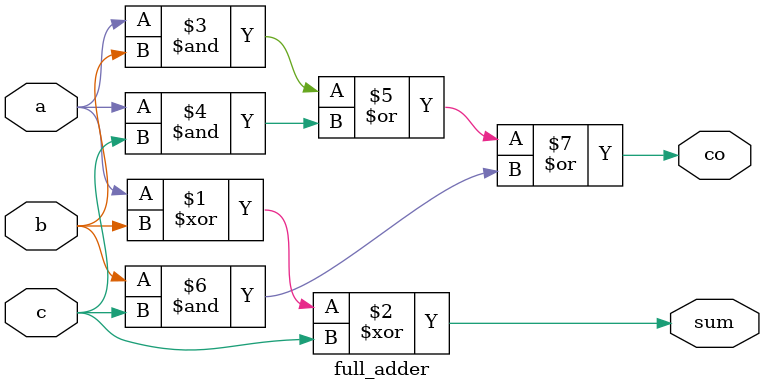
<source format=sv>
module full_adder(a,b,c,sum,co);
input a,b,c;
output sum,co;
assign sum=a^b^c;
assign co=(a&b)|(a&c)|(b&c);
endmodule

</source>
